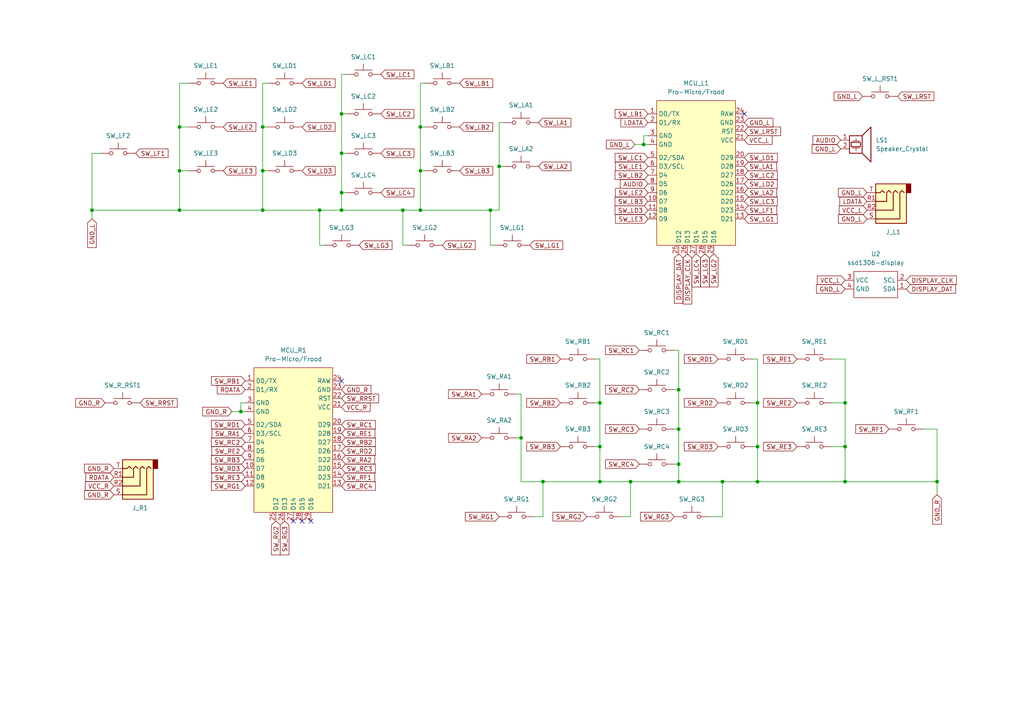
<source format=kicad_sch>
(kicad_sch (version 20231120) (generator "eeschema") (generator_version "8.0")
  (paper "A4")
  (title_block (title "PFM") (date "2024-02-26") (rev "3.0") (company "Andrew"))
  (lib_symbols
    (symbol "Connector_Audio:AudioJack4"
      (property "Reference" "J" (at 0 8.89 0))
      (property "Value" "AudioJack4" (at 0 6.35 0))
      (symbol "AudioJack4_0_1"
        (rectangle (start -6.35 -5.08) (end -7.62 -7.62) (stroke (width 0.254)) (fill (type outline)))
        (polyline (pts (xy 0 -5.08) (xy 0.635 -5.715) (xy 1.27 -5.08) (xy 2.54 -5.08)) (stroke (width 0.254)))
        (polyline (pts (xy -5.715 -5.08) (xy -5.08 -5.715) (xy -4.445 -5.08) (xy -4.445 2.54) (xy 2.54 2.54)) (stroke (width 0.254)))
        (polyline (pts (xy -1.905 -5.08) (xy -1.27 -5.715) (xy -0.635 -5.08) (xy -0.635 -2.54) (xy 2.54 -2.54)) (stroke (width 0.254)))
        (polyline (pts (xy 2.54 0) (xy -2.54 0) (xy -2.54 -5.08) (xy -3.175 -5.715) (xy -3.81 -5.08)) (stroke (width 0.254)))
        (rectangle (start 2.54 3.81) (end -6.35 -7.62) (stroke (width 0.254)) (fill (type background)))
      )
      (symbol "AudioJack4_1_1"
        (pin passive line (at 5.08 -2.54 180) (length 2.54) (name "~") (number "R1"))
        (pin passive line (at 5.08 0 180) (length 2.54) (name "~") (number "R2"))
        (pin passive line (at 5.08 2.54 180) (length 2.54) (name "~") (number "S"))
        (pin passive line (at 5.08 -5.08 180) (length 2.54) (name "~") (number "T"))
      )
    )
    (symbol "Device:Speaker_Crystal" (pin_names (offset 0) hide)
      (property "Reference" "LS" (at 0.635 5.715 0))
      (property "Value" "Speaker_Crystal" (at 0.635 3.81 0))
      (symbol "Speaker_Crystal_0_0"
        (rectangle (start -2.54 1.27) (end 1.143 -3.81) (stroke (width 0.254)))
        (rectangle (start -2.032 -0.635) (end 0.635 -1.905) (stroke (width 0.254)))
        (polyline (pts (xy -1.651 -2.286) (xy 0.381 -2.286)))
        (polyline (pts (xy -1.651 -0.254) (xy 0.381 -0.254)))
        (polyline (pts (xy -0.635 -2.286) (xy -0.635 -3.048)))
        (polyline (pts (xy -0.635 -0.254) (xy -0.635 0.508)))
        (polyline (pts (xy 1.143 1.27) (xy 3.683 3.81) (xy 3.683 -6.35) (xy 1.143 -3.81)) (stroke (width 0.254)))
      )
      (symbol "Speaker_Crystal_1_1"
        (pin input line (at -5.08 0 0) (length 2.54) (name "1") (number "1"))
        (pin input line (at -5.08 -2.54 0) (length 2.54) (name "2") (number "2"))
      )
    )
    (symbol "Switch:SW_Push" (pin_numbers hide) (pin_names (offset 1.016) hide)
      (property "Reference" "SW" (at 1.27 2.54 0))
      (property "Value" "SW_Push" (at 0 -1.524 0))
      (symbol "SW_Push_0_1"
        (circle (center -2.032 0) (radius 0.508))
        (polyline (pts (xy 0 1.27) (xy 0 3.048)))
        (polyline (pts (xy 2.54 1.27) (xy -2.54 1.27)))
        (circle (center 2.032 0) (radius 0.508))
        (pin passive line (at -5.08 0 0) (length 2.54) (name "1") (number "1"))
        (pin passive line (at 5.08 0 180) (length 2.54) (name "2") (number "2"))
      )
    )
    (symbol "keyboard-components:pro-micro"
      (property "Reference" "U" (at -1.27 3.81 0))
      (property "Value" "Pro-Micro/Frood" (at 0 1.27 0))
      (symbol "pro-micro_1_1"
        (rectangle (start -11.43 0) (end 11.43 -41.91) (fill (type background)))
        (pin bidirectional line (at -13.97 -3.81 0) (length 2.54) (name "D0/TX") (number "1"))
        (pin bidirectional line (at -13.97 -29.21 0) (length 2.54) (name "D7") (number "10"))
        (pin bidirectional line (at -13.97 -31.75 0) (length 2.54) (name "D8") (number "11"))
        (pin bidirectional line (at -13.97 -34.29 0) (length 2.54) (name "D9") (number "12"))
        (pin bidirectional line (at 13.97 -34.29 180) (length 2.54) (name "D21") (number "13"))
        (pin bidirectional line (at 13.97 -31.75 180) (length 2.54) (name "D23") (number "14"))
        (pin bidirectional line (at 13.97 -29.21 180) (length 2.54) (name "D20") (number "15"))
        (pin bidirectional line (at 13.97 -26.67 180) (length 2.54) (name "D22") (number "16"))
        (pin bidirectional line (at 13.97 -24.13 180) (length 2.54) (name "D26") (number "17"))
        (pin bidirectional line (at 13.97 -21.59 180) (length 2.54) (name "D27") (number "18"))
        (pin bidirectional line (at 13.97 -19.05 180) (length 2.54) (name "D28") (number "19"))
        (pin bidirectional line (at -13.97 -6.35 0) (length 2.54) (name "D1/RX") (number "2"))
        (pin bidirectional line (at 13.97 -16.51 180) (length 2.54) (name "D29") (number "20"))
        (pin power_out line (at 13.97 -11.43 180) (length 2.54) (name "VCC") (number "21"))
        (pin input line (at 13.97 -8.89 180) (length 2.54) (name "RST") (number "22"))
        (pin power_out line (at 13.97 -6.35 180) (length 2.54) (name "GND") (number "23"))
        (pin unspecified line (at 13.97 -3.81 180) (length 2.54) (name "RAW") (number "24"))
        (pin bidirectional line (at -5.08 -44.45 90) (length 2.54) (name "D12") (number "25"))
        (pin bidirectional line (at -2.54 -44.45 90) (length 2.54) (name "D13") (number "26"))
        (pin bidirectional line (at 0 -44.45 90) (length 2.54) (name "D14") (number "27"))
        (pin bidirectional line (at 2.54 -44.45 90) (length 2.54) (name "D15") (number "28"))
        (pin bidirectional line (at 5.08 -44.45 90) (length 2.54) (name "D16") (number "29"))
        (pin power_in line (at -13.97 -10.16 0) (length 2.54) (name "GND") (number "3"))
        (pin power_in line (at -13.97 -12.7 0) (length 2.54) (name "GND") (number "4"))
        (pin bidirectional line (at -13.97 -16.51 0) (length 2.54) (name "D2/SDA") (number "5"))
        (pin bidirectional line (at -13.97 -19.05 0) (length 2.54) (name "D3/SCL") (number "6"))
        (pin bidirectional line (at -13.97 -21.59 0) (length 2.54) (name "D4") (number "7"))
        (pin bidirectional line (at -13.97 -24.13 0) (length 2.54) (name "D5") (number "8"))
        (pin bidirectional line (at -13.97 -26.67 0) (length 2.54) (name "D6") (number "9"))
      )
    )
    (symbol "keyboard-components:ssd1306-display"
      (property "Reference" "U" (at 0 3.81 0))
      (property "Value" "ssd1306-display" (at 0 1.27 0))
      (symbol "ssd1306-display_0_1"
        (rectangle (start -6.35 0) (end 6.35 -7.62))
      )
      (symbol "ssd1306-display_1_1"
        (pin bidirectional line (at 8.89 -5.08 180) (length 2.54) (name "SDA") (number "1"))
        (pin input line (at 8.89 -2.54 180) (length 2.54) (name "SCL") (number "2"))
        (pin power_in line (at -8.89 -2.54 0) (length 2.54) (name "VCC") (number "3"))
        (pin power_in line (at -8.89 -5.08 0) (length 2.54) (name "GND") (number "4"))
      )
    )
    (symbol "pro-micro_1"
      (property "Reference" "U" (at -1.27 3.81 0))
      (property "Value" "Pro-Micro/Frood" (at 0 1.27 0))
      (symbol "pro-micro_1_1_1"
        (rectangle (start -11.43 0) (end 11.43 -41.91) (fill (type background)))
        (pin bidirectional line (at -13.97 -3.81 0) (length 2.54) (name "D0/TX") (number "1"))
        (pin bidirectional line (at -13.97 -29.21 0) (length 2.54) (name "D7") (number "10"))
        (pin bidirectional line (at -13.97 -31.75 0) (length 2.54) (name "D8") (number "11"))
        (pin bidirectional line (at -13.97 -34.29 0) (length 2.54) (name "D9") (number "12"))
        (pin bidirectional line (at 13.97 -34.29 180) (length 2.54) (name "D21") (number "13"))
        (pin bidirectional line (at 13.97 -31.75 180) (length 2.54) (name "D23") (number "14"))
        (pin bidirectional line (at 13.97 -29.21 180) (length 2.54) (name "D20") (number "15"))
        (pin bidirectional line (at 13.97 -26.67 180) (length 2.54) (name "D22") (number "16"))
        (pin bidirectional line (at 13.97 -24.13 180) (length 2.54) (name "D26") (number "17"))
        (pin bidirectional line (at 13.97 -21.59 180) (length 2.54) (name "D27") (number "18"))
        (pin bidirectional line (at 13.97 -19.05 180) (length 2.54) (name "D28") (number "19"))
        (pin bidirectional line (at -13.97 -6.35 0) (length 2.54) (name "D1/RX") (number "2"))
        (pin bidirectional line (at 13.97 -16.51 180) (length 2.54) (name "D29") (number "20"))
        (pin power_out line (at 13.97 -11.43 180) (length 2.54) (name "VCC") (number "21"))
        (pin input line (at 13.97 -8.89 180) (length 2.54) (name "RST") (number "22"))
        (pin power_out line (at 13.97 -6.35 180) (length 2.54) (name "GND") (number "23"))
        (pin unspecified line (at 13.97 -3.81 180) (length 2.54) (name "RAW") (number "24"))
        (pin bidirectional line (at -5.08 -44.45 90) (length 2.54) (name "D12") (number "25"))
        (pin bidirectional line (at -2.54 -44.45 90) (length 2.54) (name "D13") (number "26"))
        (pin bidirectional line (at 0 -44.45 90) (length 2.54) (name "D14") (number "27"))
        (pin bidirectional line (at 2.54 -44.45 90) (length 2.54) (name "D15") (number "28"))
        (pin bidirectional line (at 5.08 -44.45 90) (length 2.54) (name "D16") (number "29"))
        (pin power_in line (at -13.97 -10.16 0) (length 2.54) (name "GND") (number "3"))
        (pin power_in line (at -13.97 -12.7 0) (length 2.54) (name "GND") (number "4"))
        (pin bidirectional line (at -13.97 -16.51 0) (length 2.54) (name "D2/SDA") (number "5"))
        (pin bidirectional line (at -13.97 -19.05 0) (length 2.54) (name "D3/SCL") (number "6"))
        (pin bidirectional line (at -13.97 -21.59 0) (length 2.54) (name "D4") (number "7"))
        (pin bidirectional line (at -13.97 -24.13 0) (length 2.54) (name "D5") (number "8"))
        (pin bidirectional line (at -13.97 -26.67 0) (length 2.54) (name "D6") (number "9"))
      )
    )
  )
  (junction (at 69.85 119.38))
  (junction (at 219.71 139.7))
  (junction (at 52.07 36.83))
  (junction (at 142.24 60.96))
  (junction (at 271.78 139.7))
  (junction (at 99.06 55.88))
  (junction (at 173.99 116.84))
  (junction (at 52.07 49.53))
  (junction (at 92.71 60.96))
  (junction (at 99.06 44.45))
  (junction (at 116.84 60.96))
  (junction (at 245.11 129.54))
  (junction (at 76.2 49.53))
  (junction (at 52.07 60.96))
  (junction (at 182.88 139.7))
  (junction (at 245.11 139.7))
  (junction (at 245.11 116.84))
  (junction (at 196.85 124.46))
  (junction (at 196.85 113.03))
  (junction (at 219.71 129.54))
  (junction (at 121.92 49.53))
  (junction (at 209.55 139.7))
  (junction (at 26.67 60.96))
  (junction (at 76.2 36.83))
  (junction (at 144.78 48.26))
  (junction (at 99.06 60.96))
  (junction (at 121.92 36.83))
  (junction (at 219.71 116.84))
  (junction (at 173.99 129.54))
  (junction (at 196.85 139.7))
  (junction (at 173.99 139.7))
  (junction (at 99.06 33.02))
  (junction (at 121.92 60.96))
  (junction (at 157.48 139.7))
  (junction (at 151.13 127))
  (junction (at 186.69 41.91))
  (junction (at 196.85 134.62))
  (junction (at 76.2 60.96))
  (no_connect (at 99.06 110.49))
  (no_connect (at 215.9 33.02))
  (no_connect (at 87.63 151.13))
  (no_connect (at 90.17 151.13))
  (no_connect (at 85.09 151.13))
  (wire (pts (xy 241.3 104.14) (xy 245.11 104.14)))
  (wire (pts (xy 99.06 55.88) (xy 99.06 60.96)))
  (wire (pts (xy 245.11 104.14) (xy 245.11 116.84)))
  (wire (pts (xy 209.55 149.86) (xy 209.55 139.7)))
  (wire (pts (xy 245.11 116.84) (xy 245.11 129.54)))
  (wire (pts (xy 196.85 124.46) (xy 196.85 134.62)))
  (wire (pts (xy 186.69 39.37) (xy 186.69 41.91)))
  (wire (pts (xy 52.07 60.96) (xy 76.2 60.96)))
  (wire (pts (xy 180.34 149.86) (xy 182.88 149.86)))
  (wire (pts (xy 173.99 139.7) (xy 182.88 139.7)))
  (wire (pts (xy 26.67 60.96) (xy 26.67 63.5)))
  (wire (pts (xy 149.86 127) (xy 151.13 127)))
  (wire (pts (xy 173.99 116.84) (xy 173.99 129.54)))
  (wire (pts (xy 116.84 60.96) (xy 121.92 60.96)))
  (wire (pts (xy 241.3 129.54) (xy 245.11 129.54)))
  (wire (pts (xy 121.92 36.83) (xy 123.19 36.83)))
  (wire (pts (xy 69.85 119.38) (xy 71.12 119.38)))
  (wire (pts (xy 52.07 24.13) (xy 52.07 36.83)))
  (wire (pts (xy 52.07 49.53) (xy 52.07 60.96)))
  (wire (pts (xy 172.72 129.54) (xy 173.99 129.54)))
  (wire (pts (xy 121.92 60.96) (xy 142.24 60.96)))
  (wire (pts (xy 271.78 143.51) (xy 271.78 139.7)))
  (wire (pts (xy 99.06 44.45) (xy 99.06 33.02)))
  (wire (pts (xy 144.78 48.26) (xy 144.78 60.96)))
  (wire (pts (xy 142.24 60.96) (xy 144.78 60.96)))
  (wire (pts (xy 76.2 36.83) (xy 76.2 24.13)))
  (wire (pts (xy 219.71 129.54) (xy 219.71 139.7)))
  (wire (pts (xy 195.58 113.03) (xy 196.85 113.03)))
  (wire (pts (xy 218.44 104.14) (xy 219.71 104.14)))
  (wire (pts (xy 99.06 60.96) (xy 116.84 60.96)))
  (wire (pts (xy 99.06 21.59) (xy 100.33 21.59)))
  (wire (pts (xy 118.11 71.12) (xy 116.84 71.12)))
  (wire (pts (xy 219.71 139.7) (xy 245.11 139.7)))
  (wire (pts (xy 100.33 44.45) (xy 99.06 44.45)))
  (wire (pts (xy 184.15 41.91) (xy 186.69 41.91)))
  (wire (pts (xy 182.88 139.7) (xy 196.85 139.7)))
  (wire (pts (xy 123.19 24.13) (xy 121.92 24.13)))
  (wire (pts (xy 196.85 101.6) (xy 195.58 101.6)))
  (wire (pts (xy 144.78 48.26) (xy 146.05 48.26)))
  (wire (pts (xy 151.13 127) (xy 151.13 139.7)))
  (wire (pts (xy 143.51 71.12) (xy 142.24 71.12)))
  (wire (pts (xy 67.31 119.38) (xy 69.85 119.38)))
  (wire (pts (xy 271.78 139.7) (xy 245.11 139.7)))
  (wire (pts (xy 92.71 60.96) (xy 99.06 60.96)))
  (wire (pts (xy 69.85 116.84) (xy 69.85 119.38)))
  (wire (pts (xy 241.3 116.84) (xy 245.11 116.84)))
  (wire (pts (xy 182.88 149.86) (xy 182.88 139.7)))
  (wire (pts (xy 172.72 116.84) (xy 173.99 116.84)))
  (wire (pts (xy 218.44 116.84) (xy 219.71 116.84)))
  (wire (pts (xy 157.48 149.86) (xy 157.48 139.7)))
  (wire (pts (xy 26.67 44.45) (xy 29.21 44.45)))
  (wire (pts (xy 149.86 114.3) (xy 151.13 114.3)))
  (wire (pts (xy 219.71 116.84) (xy 219.71 129.54)))
  (wire (pts (xy 173.99 129.54) (xy 173.99 139.7)))
  (wire (pts (xy 26.67 44.45) (xy 26.67 60.96)))
  (wire (pts (xy 154.94 149.86) (xy 157.48 149.86)))
  (wire (pts (xy 219.71 104.14) (xy 219.71 116.84)))
  (wire (pts (xy 209.55 139.7) (xy 219.71 139.7)))
  (wire (pts (xy 99.06 44.45) (xy 99.06 55.88)))
  (wire (pts (xy 271.78 124.46) (xy 271.78 139.7)))
  (wire (pts (xy 196.85 134.62) (xy 196.85 139.7)))
  (wire (pts (xy 76.2 60.96) (xy 92.71 60.96)))
  (wire (pts (xy 121.92 49.53) (xy 121.92 60.96)))
  (wire (pts (xy 245.11 129.54) (xy 245.11 139.7)))
  (wire (pts (xy 52.07 36.83) (xy 52.07 49.53)))
  (wire (pts (xy 52.07 49.53) (xy 54.61 49.53)))
  (wire (pts (xy 186.69 41.91) (xy 187.96 41.91)))
  (wire (pts (xy 151.13 139.7) (xy 157.48 139.7)))
  (wire (pts (xy 76.2 36.83) (xy 77.47 36.83)))
  (wire (pts (xy 76.2 24.13) (xy 77.47 24.13)))
  (wire (pts (xy 144.78 35.56) (xy 146.05 35.56)))
  (wire (pts (xy 205.74 149.86) (xy 209.55 149.86)))
  (wire (pts (xy 196.85 139.7) (xy 209.55 139.7)))
  (wire (pts (xy 144.78 35.56) (xy 144.78 48.26)))
  (wire (pts (xy 121.92 36.83) (xy 121.92 24.13)))
  (wire (pts (xy 76.2 49.53) (xy 76.2 36.83)))
  (wire (pts (xy 218.44 129.54) (xy 219.71 129.54)))
  (wire (pts (xy 142.24 71.12) (xy 142.24 60.96)))
  (wire (pts (xy 93.98 71.12) (xy 92.71 71.12)))
  (wire (pts (xy 157.48 139.7) (xy 173.99 139.7)))
  (wire (pts (xy 173.99 104.14) (xy 173.99 116.84)))
  (wire (pts (xy 26.67 60.96) (xy 52.07 60.96)))
  (wire (pts (xy 76.2 49.53) (xy 76.2 60.96)))
  (wire (pts (xy 123.19 49.53) (xy 121.92 49.53)))
  (wire (pts (xy 121.92 49.53) (xy 121.92 36.83)))
  (wire (pts (xy 54.61 24.13) (xy 52.07 24.13)))
  (wire (pts (xy 187.96 39.37) (xy 186.69 39.37)))
  (wire (pts (xy 100.33 55.88) (xy 99.06 55.88)))
  (wire (pts (xy 77.47 49.53) (xy 76.2 49.53)))
  (wire (pts (xy 151.13 114.3) (xy 151.13 127)))
  (wire (pts (xy 172.72 104.14) (xy 173.99 104.14)))
  (wire (pts (xy 195.58 134.62) (xy 196.85 134.62)))
  (wire (pts (xy 267.97 124.46) (xy 271.78 124.46)))
  (wire (pts (xy 116.84 71.12) (xy 116.84 60.96)))
  (wire (pts (xy 99.06 33.02) (xy 99.06 21.59)))
  (wire (pts (xy 196.85 113.03) (xy 196.85 124.46)))
  (wire (pts (xy 52.07 36.83) (xy 54.61 36.83)))
  (wire (pts (xy 196.85 101.6) (xy 196.85 113.03)))
  (wire (pts (xy 99.06 33.02) (xy 100.33 33.02)))
  (wire (pts (xy 71.12 116.84) (xy 69.85 116.84)))
  (wire (pts (xy 195.58 124.46) (xy 196.85 124.46)))
  (wire (pts (xy 92.71 60.96) (xy 92.71 71.12)))
  (global_label "SW_LE2" (shape input) (at 187.96 55.88 180) (property "Intersheetrefs" "${INTERSHEET_REFS}" (effects (hide yes))))
  (global_label "VCC_L" (shape input) (at 215.9 40.64 0) (property "Intersheetrefs" "${INTERSHEET_REFS}" (effects (hide yes))))
  (global_label "SW_LC2" (shape input) (at 110.49 33.02 0) (property "Intersheetrefs" "${INTERSHEET_REFS}" (effects (hide yes))))
  (global_label "DISPLAY_DAT" (shape input) (at 196.85 73.66 270) (property "Intersheetrefs" "${INTERSHEET_REFS}" (effects (hide yes))))
  (global_label "GND_L" (shape input) (at 251.46 55.88 180) (property "Intersheetrefs" "${INTERSHEET_REFS}" (effects (hide yes))))
  (global_label "SW_LD1" (shape input) (at 87.63 24.13 0) (property "Intersheetrefs" "${INTERSHEET_REFS}" (effects (hide yes))))
  (global_label "SW_LG1" (shape input) (at 153.67 71.12 0) (property "Intersheetrefs" "${INTERSHEET_REFS}" (effects (hide yes))))
  (global_label "SW_LRST" (shape input) (at 215.9 38.1 0) (property "Intersheetrefs" "${INTERSHEET_REFS}" (effects (hide yes))))
  (global_label "VCC_L" (shape input) (at 245.11 81.28 180) (property "Intersheetrefs" "${INTERSHEET_REFS}" (effects (hide yes))))
  (global_label "SW_RB2" (shape input) (at 99.06 128.27 0) (property "Intersheetrefs" "${INTERSHEET_REFS}" (effects (hide yes))))
  (global_label "SW_LRST" (shape input) (at 260.35 27.94 0) (property "Intersheetrefs" "${INTERSHEET_REFS}" (effects (hide yes))))
  (global_label "SW_LD3" (shape input) (at 187.96 60.96 180) (property "Intersheetrefs" "${INTERSHEET_REFS}" (effects (hide yes))))
  (global_label "SW_LE2" (shape input) (at 64.77 36.83 0) (property "Intersheetrefs" "${INTERSHEET_REFS}" (effects (hide yes))))
  (global_label "SW_RD3" (shape input) (at 208.28 129.54 180) (property "Intersheetrefs" "${INTERSHEET_REFS}" (effects (hide yes))))
  (global_label "SW_RE1" (shape input) (at 231.14 104.14 180) (property "Intersheetrefs" "${INTERSHEET_REFS}" (effects (hide yes))))
  (global_label "SW_LE1" (shape input) (at 187.96 48.26 180) (property "Intersheetrefs" "${INTERSHEET_REFS}" (effects (hide yes))))
  (global_label "SW_LA1" (shape input) (at 215.9 48.26 0) (property "Intersheetrefs" "${INTERSHEET_REFS}" (effects (hide yes))))
  (global_label "SW_RA2" (shape input) (at 99.06 133.35 0) (property "Intersheetrefs" "${INTERSHEET_REFS}" (effects (hide yes))))
  (global_label "SW_LF1" (shape input) (at 215.9 60.96 0) (property "Intersheetrefs" "${INTERSHEET_REFS}" (effects (hide yes))))
  (global_label "SW_RD3" (shape input) (at 71.12 135.89 180) (property "Intersheetrefs" "${INTERSHEET_REFS}" (effects (hide yes))))
  (global_label "GND_L" (shape input) (at 26.67 63.5 270) (property "Intersheetrefs" "${INTERSHEET_REFS}" (effects (hide yes))))
  (global_label "SW_LG3" (shape input) (at 204.47 73.66 270) (property "Intersheetrefs" "${INTERSHEET_REFS}" (effects (hide yes))))
  (global_label "GND_L" (shape input) (at 245.11 83.82 180) (property "Intersheetrefs" "${INTERSHEET_REFS}" (effects (hide yes))))
  (global_label "VCC_L" (shape input) (at 251.46 60.96 180) (property "Intersheetrefs" "${INTERSHEET_REFS}" (effects (hide yes))))
  (global_label "SW_LA2" (shape input) (at 156.21 48.26 0) (property "Intersheetrefs" "${INTERSHEET_REFS}" (effects (hide yes))))
  (global_label "SW_LB2" (shape input) (at 133.35 36.83 0) (property "Intersheetrefs" "${INTERSHEET_REFS}" (effects (hide yes))))
  (global_label "SW_RB1" (shape input) (at 71.12 110.49 180) (property "Intersheetrefs" "${INTERSHEET_REFS}" (effects (hide yes))))
  (global_label "DISPLAY_CLK" (shape input) (at 262.89 81.28 0) (property "Intersheetrefs" "${INTERSHEET_REFS}" (effects (hide yes))))
  (global_label "SW_LA2" (shape input) (at 215.9 55.88 0) (property "Intersheetrefs" "${INTERSHEET_REFS}" (effects (hide yes))))
  (global_label "SW_LG2" (shape input) (at 128.27 71.12 0) (property "Intersheetrefs" "${INTERSHEET_REFS}" (effects (hide yes))))
  (global_label "SW_LD2" (shape input) (at 215.9 53.34 0) (property "Intersheetrefs" "${INTERSHEET_REFS}" (effects (hide yes))))
  (global_label "SW_RF1" (shape input) (at 99.06 138.43 0) (property "Intersheetrefs" "${INTERSHEET_REFS}" (effects (hide yes))))
  (global_label "SW_RC4" (shape input) (at 99.06 140.97 0) (property "Intersheetrefs" "${INTERSHEET_REFS}" (effects (hide yes))))
  (global_label "GND_R" (shape input) (at 33.02 135.89 180) (property "Intersheetrefs" "${INTERSHEET_REFS}" (effects (hide yes))))
  (global_label "SW_RA2" (shape input) (at 139.7 127 180) (property "Intersheetrefs" "${INTERSHEET_REFS}" (effects (hide yes))))
  (global_label "GND_L" (shape input) (at 215.9 35.56 0) (property "Intersheetrefs" "${INTERSHEET_REFS}" (effects (hide yes))))
  (global_label "GND_R" (shape input) (at 67.31 119.38 180) (property "Intersheetrefs" "${INTERSHEET_REFS}" (effects (hide yes))))
  (global_label "SW_RC2" (shape input) (at 185.42 113.03 180) (property "Intersheetrefs" "${INTERSHEET_REFS}" (effects (hide yes))))
  (global_label "LDATA" (shape input) (at 187.96 35.56 180) (property "Intersheetrefs" "${INTERSHEET_REFS}" (effects (hide yes))))
  (global_label "SW_LD2" (shape input) (at 87.63 36.83 0) (property "Intersheetrefs" "${INTERSHEET_REFS}" (effects (hide yes))))
  (global_label "SW_RRST" (shape input) (at 40.64 116.84 0) (property "Intersheetrefs" "${INTERSHEET_REFS}" (effects (hide yes))))
  (global_label "SW_LC1" (shape input) (at 110.49 21.59 0) (property "Intersheetrefs" "${INTERSHEET_REFS}" (effects (hide yes))))
  (global_label "SW_LE1" (shape input) (at 64.77 24.13 0) (property "Intersheetrefs" "${INTERSHEET_REFS}" (effects (hide yes))))
  (global_label "SW_LB1" (shape input) (at 187.96 33.02 180) (property "Intersheetrefs" "${INTERSHEET_REFS}" (effects (hide yes))))
  (global_label "SW_RE3" (shape input) (at 71.12 138.43 180) (property "Intersheetrefs" "${INTERSHEET_REFS}" (effects (hide yes))))
  (global_label "SW_RC1" (shape input) (at 99.06 123.19 0) (property "Intersheetrefs" "${INTERSHEET_REFS}" (effects (hide yes))))
  (global_label "SW_LC1" (shape input) (at 187.96 45.72 180) (property "Intersheetrefs" "${INTERSHEET_REFS}" (effects (hide yes))))
  (global_label "SW_RC4" (shape input) (at 185.42 134.62 180) (property "Intersheetrefs" "${INTERSHEET_REFS}" (effects (hide yes))))
  (global_label "SW_LC4" (shape input) (at 201.93 73.66 270) (property "Intersheetrefs" "${INTERSHEET_REFS}" (effects (hide yes))))
  (global_label "SW_LG1" (shape input) (at 215.9 63.5 0) (property "Intersheetrefs" "${INTERSHEET_REFS}" (effects (hide yes))))
  (global_label "VCC_R" (shape input) (at 99.06 118.11 0) (property "Intersheetrefs" "${INTERSHEET_REFS}" (effects (hide yes))))
  (global_label "SW_LD3" (shape input) (at 87.63 49.53 0) (property "Intersheetrefs" "${INTERSHEET_REFS}" (effects (hide yes))))
  (global_label "SW_RF1" (shape input) (at 257.81 124.46 180) (property "Intersheetrefs" "${INTERSHEET_REFS}" (effects (hide yes))))
  (global_label "DISPLAY_DAT" (shape input) (at 262.89 83.82 0) (property "Intersheetrefs" "${INTERSHEET_REFS}" (effects (hide yes))))
  (global_label "SW_RE2" (shape input) (at 71.12 130.81 180) (property "Intersheetrefs" "${INTERSHEET_REFS}" (effects (hide yes))))
  (global_label "SW_LB3" (shape input) (at 133.35 49.53 0) (property "Intersheetrefs" "${INTERSHEET_REFS}" (effects (hide yes))))
  (global_label "AUDIO" (shape input) (at 243.84 40.64 180) (property "Intersheetrefs" "${INTERSHEET_REFS}" (effects (hide yes))))
  (global_label "SW_RG1" (shape input) (at 71.12 140.97 180) (property "Intersheetrefs" "${INTERSHEET_REFS}" (effects (hide yes))))
  (global_label "SW_RA1" (shape input) (at 139.7 114.3 180) (property "Intersheetrefs" "${INTERSHEET_REFS}" (effects (hide yes))))
  (global_label "SW_RG3" (shape input) (at 195.58 149.86 180) (property "Intersheetrefs" "${INTERSHEET_REFS}" (effects (hide yes))))
  (global_label "SW_LE3" (shape input) (at 187.96 63.5 180) (property "Intersheetrefs" "${INTERSHEET_REFS}" (effects (hide yes))))
  (global_label "SW_LE3" (shape input) (at 64.77 49.53 0) (property "Intersheetrefs" "${INTERSHEET_REFS}" (effects (hide yes))))
  (global_label "SW_RA1" (shape input) (at 71.12 125.73 180) (property "Intersheetrefs" "${INTERSHEET_REFS}" (effects (hide yes))))
  (global_label "SW_RD2" (shape input) (at 208.28 116.84 180) (property "Intersheetrefs" "${INTERSHEET_REFS}" (effects (hide yes))))
  (global_label "SW_LB1" (shape input) (at 133.35 24.13 0) (property "Intersheetrefs" "${INTERSHEET_REFS}" (effects (hide yes))))
  (global_label "SW_RD2" (shape input) (at 99.06 130.81 0) (property "Intersheetrefs" "${INTERSHEET_REFS}" (effects (hide yes))))
  (global_label "SW_LG2" (shape input) (at 207.01 73.66 270) (property "Intersheetrefs" "${INTERSHEET_REFS}" (effects (hide yes))))
  (global_label "RDATA" (shape input) (at 71.12 113.03 180) (property "Intersheetrefs" "${INTERSHEET_REFS}" (effects (hide yes))))
  (global_label "SW_RC3" (shape input) (at 185.42 124.46 180) (property "Intersheetrefs" "${INTERSHEET_REFS}" (effects (hide yes))))
  (global_label "SW_RG3" (shape input) (at 82.55 151.13 270) (property "Intersheetrefs" "${INTERSHEET_REFS}" (effects (hide yes))))
  (global_label "SW_RG1" (shape input) (at 144.78 149.86 180) (property "Intersheetrefs" "${INTERSHEET_REFS}" (effects (hide yes))))
  (global_label "SW_RE3" (shape input) (at 231.14 129.54 180) (property "Intersheetrefs" "${INTERSHEET_REFS}" (effects (hide yes))))
  (global_label "AUDIO" (shape input) (at 187.96 53.34 180) (property "Intersheetrefs" "${INTERSHEET_REFS}" (effects (hide yes))))
  (global_label "LDATA" (shape input) (at 251.46 58.42 180) (property "Intersheetrefs" "${INTERSHEET_REFS}" (effects (hide yes))))
  (global_label "GND_L" (shape input) (at 184.15 41.91 180) (property "Intersheetrefs" "${INTERSHEET_REFS}" (effects (hide yes))))
  (global_label "GND_R" (shape input) (at 99.06 113.03 0) (property "Intersheetrefs" "${INTERSHEET_REFS}" (effects (hide yes))))
  (global_label "SW_RG2" (shape input) (at 170.18 149.86 180) (property "Intersheetrefs" "${INTERSHEET_REFS}" (effects (hide yes))))
  (global_label "SW_LB2" (shape input) (at 187.96 50.8 180) (property "Intersheetrefs" "${INTERSHEET_REFS}" (effects (hide yes))))
  (global_label "SW_LC3" (shape input) (at 215.9 58.42 0) (property "Intersheetrefs" "${INTERSHEET_REFS}" (effects (hide yes))))
  (global_label "SW_RC2" (shape input) (at 71.12 128.27 180) (property "Intersheetrefs" "${INTERSHEET_REFS}" (effects (hide yes))))
  (global_label "SW_RB3" (shape input) (at 162.56 129.54 180) (property "Intersheetrefs" "${INTERSHEET_REFS}" (effects (hide yes))))
  (global_label "SW_LG3" (shape input) (at 104.14 71.12 0) (property "Intersheetrefs" "${INTERSHEET_REFS}" (effects (hide yes))))
  (global_label "GND_R" (shape input) (at 30.48 116.84 180) (property "Intersheetrefs" "${INTERSHEET_REFS}" (effects (hide yes))))
  (global_label "GND_R" (shape input) (at 271.78 143.51 270) (property "Intersheetrefs" "${INTERSHEET_REFS}" (effects (hide yes))))
  (global_label "SW_RC1" (shape input) (at 185.42 101.6 180) (property "Intersheetrefs" "${INTERSHEET_REFS}" (effects (hide yes))))
  (global_label "RDATA" (shape input) (at 33.02 138.43 180) (property "Intersheetrefs" "${INTERSHEET_REFS}" (effects (hide yes))))
  (global_label "GND_L" (shape input) (at 250.19 27.94 180) (property "Intersheetrefs" "${INTERSHEET_REFS}" (effects (hide yes))))
  (global_label "SW_RRST" (shape input) (at 99.06 115.57 0) (property "Intersheetrefs" "${INTERSHEET_REFS}" (effects (hide yes))))
  (global_label "SW_LA1" (shape input) (at 156.21 35.56 0) (property "Intersheetrefs" "${INTERSHEET_REFS}" (effects (hide yes))))
  (global_label "SW_LF1" (shape input) (at 39.37 44.45 0) (property "Intersheetrefs" "${INTERSHEET_REFS}" (effects (hide yes))))
  (global_label "SW_RD1" (shape input) (at 208.28 104.14 180) (property "Intersheetrefs" "${INTERSHEET_REFS}" (effects (hide yes))))
  (global_label "SW_LC3" (shape input) (at 110.49 44.45 0) (property "Intersheetrefs" "${INTERSHEET_REFS}" (effects (hide yes))))
  (global_label "GND_L" (shape input) (at 251.46 63.5 180) (property "Intersheetrefs" "${INTERSHEET_REFS}" (effects (hide yes))))
  (global_label "SW_RG2" (shape input) (at 80.01 151.13 270) (property "Intersheetrefs" "${INTERSHEET_REFS}" (effects (hide yes))))
  (global_label "SW_RB3" (shape input) (at 71.12 133.35 180) (property "Intersheetrefs" "${INTERSHEET_REFS}" (effects (hide yes))))
  (global_label "SW_LC4" (shape input) (at 110.49 55.88 0) (property "Intersheetrefs" "${INTERSHEET_REFS}" (effects (hide yes))))
  (global_label "SW_LD1" (shape input) (at 215.9 45.72 0) (property "Intersheetrefs" "${INTERSHEET_REFS}" (effects (hide yes))))
  (global_label "GND_R" (shape input) (at 33.02 143.51 180) (property "Intersheetrefs" "${INTERSHEET_REFS}" (effects (hide yes))))
  (global_label "SW_LC2" (shape input) (at 215.9 50.8 0) (property "Intersheetrefs" "${INTERSHEET_REFS}" (effects (hide yes))))
  (global_label "SW_RC3" (shape input) (at 99.06 135.89 0) (property "Intersheetrefs" "${INTERSHEET_REFS}" (effects (hide yes))))
  (global_label "SW_RB1" (shape input) (at 162.56 104.14 180) (property "Intersheetrefs" "${INTERSHEET_REFS}" (effects (hide yes))))
  (global_label "SW_RD1" (shape input) (at 71.12 123.19 180) (property "Intersheetrefs" "${INTERSHEET_REFS}" (effects (hide yes))))
  (global_label "GND_L" (shape input) (at 243.84 43.18 180) (property "Intersheetrefs" "${INTERSHEET_REFS}" (effects (hide yes))))
  (global_label "DISPLAY_CLK" (shape input) (at 199.39 73.66 270) (property "Intersheetrefs" "${INTERSHEET_REFS}" (effects (hide yes))))
  (global_label "SW_RB2" (shape input) (at 162.56 116.84 180) (property "Intersheetrefs" "${INTERSHEET_REFS}" (effects (hide yes))))
  (global_label "SW_LB3" (shape input) (at 187.96 58.42 180) (property "Intersheetrefs" "${INTERSHEET_REFS}" (effects (hide yes))))
  (global_label "SW_RE2" (shape input) (at 231.14 116.84 180) (property "Intersheetrefs" "${INTERSHEET_REFS}" (effects (hide yes))))
  (global_label "SW_RE1" (shape input) (at 99.06 125.73 0) (property "Intersheetrefs" "${INTERSHEET_REFS}" (effects (hide yes))))
  (global_label "VCC_R" (shape input) (at 33.02 140.97 180) (property "Intersheetrefs" "${INTERSHEET_REFS}" (effects (hide yes))))
  (symbol (lib_id "Switch:SW_Push") (at 105.41 55.88 0) (mirror y) (unit 1)
    (property "Reference" "SW_LC4" (at 105.41 50.8 0))
    (property "Value" "SW_Push" (effects (hide yes)))
    (property "Footprint" "keyboard-components:mx-socket-hs-and-solder" (effects (hide yes)))
  )
  (symbol (lib_id "Switch:SW_Push") (at 175.26 149.86 0) (unit 1)
    (property "Reference" "SW_RG2" (at 175.26 144.78 0))
    (property "Value" "SW_Push" (effects (hide yes)))
    (property "Footprint" "keyboard-components:mx-socket-hs-and-solder" (effects (hide yes)))
  )
  (symbol (lib_id "Switch:SW_Push") (at 167.64 104.14 0) (mirror y) (unit 1)
    (property "Reference" "SW_RB1" (at 167.64 99.06 0))
    (property "Value" "SW_Push" (effects (hide yes)))
    (property "Footprint" "keyboard-components:mx-socket-hs-and-solder" (effects (hide yes)))
  )
  (symbol (lib_id "Switch:SW_Push") (at 59.69 36.83 0) (mirror y) (unit 1)
    (property "Reference" "SW_LE2" (at 59.69 31.75 0))
    (property "Value" "SW_Push" (effects (hide yes)))
    (property "Footprint" "keyboard-components:mx-socket-hs-and-solder" (effects (hide yes)))
  )
  (symbol (lib_id "keyboard-components:pro-micro") (at 201.93 29.21 0) (unit 1)
    (property "Reference" "MCU_L1" (at 201.93 24.13 0))
    (property "Value" "Pro-Micro/Frood" (at 201.93 26.67 0))
    (property "Footprint" "keyboard-components:frood" (effects (hide yes)))
  )
  (symbol (lib_id "Switch:SW_Push") (at 167.64 116.84 0) (mirror y) (unit 1)
    (property "Reference" "SW_RB2" (at 167.64 111.76 0))
    (property "Value" "SW_Push" (effects (hide yes)))
    (property "Footprint" "keyboard-components:mx-socket-hs-and-solder" (effects (hide yes)))
  )
  (symbol (lib_id "Switch:SW_Push") (at 149.86 149.86 0) (unit 1)
    (property "Reference" "SW_RG1" (at 149.86 144.78 0))
    (property "Value" "SW_Push" (effects (hide yes)))
    (property "Footprint" "keyboard-components:mx-socket-hs-and-solder" (effects (hide yes)))
  )
  (symbol (lib_name "pro-micro_1") (lib_id "keyboard-components:pro-micro") (at 85.09 106.68 0) (unit 1)
    (property "Reference" "MCU_R1" (at 85.09 101.6 0))
    (property "Value" "Pro-Micro/Frood" (at 85.09 104.14 0))
    (property "Footprint" "keyboard-components:frood" (effects (hide yes)))
  )
  (symbol (lib_id "Connector_Audio:AudioJack4") (at 256.54 60.96 180) (unit 1)
    (property "Reference" "J_L1" (at 259.08 67.31 0))
    (property "Value" "AudioJack4" (effects (hide yes)))
    (property "Footprint" "keyboard-components:trrs-socket" (effects (hide yes)))
  )
  (symbol (lib_id "Switch:SW_Push") (at 236.22 116.84 0) (mirror y) (unit 1)
    (property "Reference" "SW_RE2" (at 236.22 111.76 0))
    (property "Value" "SW_Push" (effects (hide yes)))
    (property "Footprint" "keyboard-components:mx-socket-hs-and-solder" (effects (hide yes)))
  )
  (symbol (lib_id "Switch:SW_Push") (at 213.36 129.54 0) (mirror y) (unit 1)
    (property "Reference" "SW_RD3" (at 213.36 124.46 0))
    (property "Value" "SW_Push" (effects (hide yes)))
    (property "Footprint" "keyboard-components:mx-socket-hs-and-solder" (effects (hide yes)))
  )
  (symbol (lib_id "Switch:SW_Push") (at 128.27 24.13 0) (mirror y) (unit 1)
    (property "Reference" "SW_LB1" (at 128.27 19.05 0))
    (property "Value" "SW_Push" (effects (hide yes)))
    (property "Footprint" "keyboard-components:mx-socket-hs-and-solder" (effects (hide yes)))
  )
  (symbol (lib_id "Switch:SW_Push") (at 151.13 48.26 0) (mirror y) (unit 1)
    (property "Reference" "SW_LA2" (at 151.13 43.18 0))
    (property "Value" "SW_Push" (effects (hide yes)))
    (property "Footprint" "keyboard-components:mx-socket-hs-and-solder" (effects (hide yes)))
  )
  (symbol (lib_id "Switch:SW_Push") (at 213.36 116.84 0) (mirror y) (unit 1)
    (property "Reference" "SW_RD2" (at 213.36 111.76 0))
    (property "Value" "SW_Push" (effects (hide yes)))
    (property "Footprint" "keyboard-components:mx-socket-hs-and-solder" (effects (hide yes)))
  )
  (symbol (lib_id "Device:Speaker_Crystal") (at 248.92 40.64 0) (unit 1)
    (property "Reference" "LS1" (at 254 40.64 0) (effects (justify left)))
    (property "Value" "Speaker_Crystal" (at 254 43.18 0) (effects (justify left)))
    (property "Footprint" "keyboard-components:buzzer-12x8.2-6.6" (effects (hide yes)))
  )
  (symbol (lib_id "Switch:SW_Push") (at 148.59 71.12 0) (unit 1)
    (property "Reference" "SW_LG1" (at 148.59 66.04 0))
    (property "Value" "SW_Push" (effects (hide yes)))
    (property "Footprint" "keyboard-components:mx-socket-hs-and-solder" (effects (hide yes)))
  )
  (symbol (lib_id "Connector_Audio:AudioJack4") (at 38.1 140.97 180) (unit 1)
    (property "Reference" "J_R1" (at 40.64 147.32 0))
    (property "Value" "AudioJack4" (effects (hide yes)))
    (property "Footprint" "keyboard-components:trrs-socket" (effects (hide yes)))
  )
  (symbol (lib_id "Switch:SW_Push") (at 34.29 44.45 0) (mirror y) (unit 1)
    (property "Reference" "SW_LF2" (at 34.29 39.37 0))
    (property "Value" "SW_Push" (effects (hide yes)))
    (property "Footprint" "keyboard-components:mx-socket-hs-and-solder" (effects (hide yes)))
  )
  (symbol (lib_id "Switch:SW_Push") (at 255.27 27.94 0) (unit 1)
    (property "Reference" "SW_L_RST1" (at 255.27 22.86 0))
    (property "Value" "SW_Push" (effects (hide yes)))
    (property "Footprint" "keyboard-components:reset-switch" (effects (hide yes)))
  )
  (symbol (lib_id "Switch:SW_Push") (at 99.06 71.12 0) (mirror y) (unit 1)
    (property "Reference" "SW_LG3" (at 99.06 66.04 0))
    (property "Value" "SW_Push" (effects (hide yes)))
    (property "Footprint" "keyboard-components:mx-socket-hs-and-solder" (effects (hide yes)))
  )
  (symbol (lib_id "Switch:SW_Push") (at 144.78 127 0) (mirror y) (unit 1)
    (property "Reference" "SW_RA2" (at 144.78 121.92 0))
    (property "Value" "SW_Push" (effects (hide yes)))
    (property "Footprint" "keyboard-components:mx-socket-hs-and-solder" (effects (hide yes)))
  )
  (symbol (lib_id "Switch:SW_Push") (at 82.55 36.83 0) (mirror y) (unit 1)
    (property "Reference" "SW_LD2" (at 82.55 31.75 0))
    (property "Value" "SW_Push" (effects (hide yes)))
    (property "Footprint" "keyboard-components:mx-socket-hs-and-solder" (effects (hide yes)))
  )
  (symbol (lib_id "Switch:SW_Push") (at 105.41 44.45 0) (mirror y) (unit 1)
    (property "Reference" "SW_LC3" (at 105.41 39.37 0))
    (property "Value" "SW_Push" (effects (hide yes)))
    (property "Footprint" "keyboard-components:mx-socket-hs-and-solder" (effects (hide yes)))
  )
  (symbol (lib_id "Switch:SW_Push") (at 82.55 24.13 0) (mirror y) (unit 1)
    (property "Reference" "SW_LD1" (at 82.55 19.05 0))
    (property "Value" "SW_Push" (effects (hide yes)))
    (property "Footprint" "keyboard-components:mx-socket-hs-and-solder" (effects (hide yes)))
  )
  (symbol (lib_id "Switch:SW_Push") (at 35.56 116.84 0) (mirror y) (unit 1)
    (property "Reference" "SW_R_RST1" (at 35.56 111.76 0))
    (property "Value" "SW_Push" (effects (hide yes)))
    (property "Footprint" "keyboard-components:reset-switch" (effects (hide yes)))
  )
  (symbol (lib_id "Switch:SW_Push") (at 105.41 33.02 0) (mirror y) (unit 1)
    (property "Reference" "SW_LC2" (at 105.41 27.94 0))
    (property "Value" "SW_Push" (effects (hide yes)))
    (property "Footprint" "keyboard-components:mx-socket-hs-and-solder" (effects (hide yes)))
  )
  (symbol (lib_id "Switch:SW_Push") (at 213.36 104.14 0) (mirror y) (unit 1)
    (property "Reference" "SW_RD1" (at 213.36 99.06 0))
    (property "Value" "SW_Push" (effects (hide yes)))
    (property "Footprint" "keyboard-components:mx-socket-hs-and-solder" (effects (hide yes)))
  )
  (symbol (lib_id "Switch:SW_Push") (at 82.55 49.53 0) (mirror y) (unit 1)
    (property "Reference" "SW_LD3" (at 82.55 44.45 0))
    (property "Value" "SW_Push" (effects (hide yes)))
    (property "Footprint" "keyboard-components:mx-socket-hs-and-solder" (effects (hide yes)))
  )
  (symbol (lib_id "Switch:SW_Push") (at 128.27 49.53 0) (mirror y) (unit 1)
    (property "Reference" "SW_LB3" (at 128.27 44.45 0))
    (property "Value" "SW_Push" (effects (hide yes)))
    (property "Footprint" "keyboard-components:mx-socket-hs-and-solder" (effects (hide yes)))
  )
  (symbol (lib_id "Switch:SW_Push") (at 151.13 35.56 0) (mirror y) (unit 1)
    (property "Reference" "SW_LA1" (at 151.13 30.48 0))
    (property "Value" "SW_Push" (effects (hide yes)))
    (property "Footprint" "keyboard-components:mx-socket-hs-and-solder" (effects (hide yes)))
  )
  (symbol (lib_id "Switch:SW_Push") (at 190.5 101.6 0) (mirror y) (unit 1)
    (property "Reference" "SW_RC1" (at 190.5 96.52 0))
    (property "Value" "SW_Push" (effects (hide yes)))
    (property "Footprint" "keyboard-components:mx-socket-hs-and-solder" (effects (hide yes)))
  )
  (symbol (lib_id "Switch:SW_Push") (at 262.89 124.46 0) (mirror y) (unit 1)
    (property "Reference" "SW_RF1" (at 262.89 119.38 0))
    (property "Value" "SW_Push" (effects (hide yes)))
    (property "Footprint" "keyboard-components:mx-socket-hs-and-solder" (effects (hide yes)))
  )
  (symbol (lib_id "Switch:SW_Push") (at 236.22 104.14 0) (mirror y) (unit 1)
    (property "Reference" "SW_RE1" (at 236.22 99.06 0))
    (property "Value" "SW_Push" (effects (hide yes)))
    (property "Footprint" "keyboard-components:mx-socket-hs-and-solder" (effects (hide yes)))
  )
  (symbol (lib_id "Switch:SW_Push") (at 105.41 21.59 0) (mirror y) (unit 1)
    (property "Reference" "SW_LC1" (at 105.41 16.51 0))
    (property "Value" "SW_Push" (effects (hide yes)))
    (property "Footprint" "keyboard-components:mx-socket-hs-and-solder" (effects (hide yes)))
  )
  (symbol (lib_id "Switch:SW_Push") (at 123.19 71.12 0) (unit 1)
    (property "Reference" "SW_LG2" (at 123.19 66.04 0))
    (property "Value" "SW_Push" (effects (hide yes)))
    (property "Footprint" "keyboard-components:mx-socket-hs-and-solder" (effects (hide yes)))
  )
  (symbol (lib_id "Switch:SW_Push") (at 190.5 124.46 0) (mirror y) (unit 1)
    (property "Reference" "SW_RC3" (at 190.5 119.38 0))
    (property "Value" "SW_Push" (effects (hide yes)))
    (property "Footprint" "keyboard-components:mx-socket-hs-and-solder" (effects (hide yes)))
  )
  (symbol (lib_id "Switch:SW_Push") (at 59.69 49.53 0) (mirror y) (unit 1)
    (property "Reference" "SW_LE3" (at 59.69 44.45 0))
    (property "Value" "SW_Push" (effects (hide yes)))
    (property "Footprint" "keyboard-components:mx-socket-hs-and-solder" (effects (hide yes)))
  )
  (symbol (lib_id "Switch:SW_Push") (at 190.5 134.62 0) (mirror y) (unit 1)
    (property "Reference" "SW_RC4" (at 190.5 129.54 0))
    (property "Value" "SW_Push" (effects (hide yes)))
    (property "Footprint" "keyboard-components:mx-socket-hs-and-solder" (effects (hide yes)))
  )
  (symbol (lib_id "Switch:SW_Push") (at 144.78 114.3 0) (mirror y) (unit 1)
    (property "Reference" "SW_RA1" (at 144.78 109.22 0))
    (property "Value" "SW_Push" (effects (hide yes)))
    (property "Footprint" "keyboard-components:mx-socket-hs-and-solder" (effects (hide yes)))
  )
  (symbol (lib_id "Switch:SW_Push") (at 236.22 129.54 0) (mirror y) (unit 1)
    (property "Reference" "SW_RE3" (at 236.22 124.46 0))
    (property "Value" "SW_Push" (effects (hide yes)))
    (property "Footprint" "keyboard-components:mx-socket-hs-and-solder" (effects (hide yes)))
  )
  (symbol (lib_id "Switch:SW_Push") (at 190.5 113.03 0) (mirror y) (unit 1)
    (property "Reference" "SW_RC2" (at 190.5 107.95 0))
    (property "Value" "SW_Push" (effects (hide yes)))
    (property "Footprint" "keyboard-components:mx-socket-hs-and-solder" (effects (hide yes)))
  )
  (symbol (lib_id "keyboard-components:ssd1306-display") (at 254 78.74 0) (unit 1)
    (property "Reference" "U2" (at 254 73.66 0))
    (property "Value" "ssd1306-display" (at 254 76.2 0))
    (property "Footprint" "keyboard-components:display-128x32" (effects (hide yes)))
  )
  (symbol (lib_id "Switch:SW_Push") (at 59.69 24.13 0) (mirror y) (unit 1)
    (property "Reference" "SW_LE1" (at 59.69 19.05 0))
    (property "Value" "SW_Push" (effects (hide yes)))
    (property "Footprint" "keyboard-components:mx-socket-hs-and-solder" (effects (hide yes)))
  )
  (symbol (lib_id "Switch:SW_Push") (at 200.66 149.86 0) (mirror y) (unit 1)
    (property "Reference" "SW_RG3" (at 200.66 144.78 0))
    (property "Value" "SW_Push" (effects (hide yes)))
    (property "Footprint" "keyboard-components:mx-socket-hs-and-solder" (effects (hide yes)))
  )
  (symbol (lib_id "Switch:SW_Push") (at 167.64 129.54 0) (mirror y) (unit 1)
    (property "Reference" "SW_RB3" (at 167.64 124.46 0))
    (property "Value" "SW_Push" (effects (hide yes)))
    (property "Footprint" "keyboard-components:mx-socket-hs-and-solder" (effects (hide yes)))
  )
  (symbol (lib_id "Switch:SW_Push") (at 128.27 36.83 0) (mirror y) (unit 1)
    (property "Reference" "SW_LB2" (at 128.27 31.75 0))
    (property "Value" "SW_Push" (effects (hide yes)))
    (property "Footprint" "keyboard-components:mx-socket-hs-and-solder" (effects (hide yes)))
  )
)
</source>
